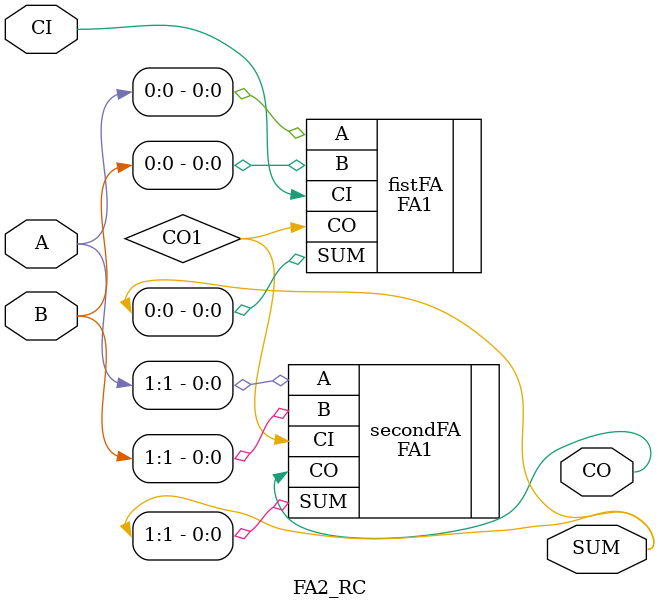
<source format=v>
`timescale 1ns / 1ps


module FA2_RC(
    input [1:0] A,       
    input [1:0] B,       
    input CI,            
    output [1:0] SUM,   
    output CO            
);

    wire CO1; 
    //wire CO_t;
    
    
    
    
    FA1 fistFA (
        .A(A[0]),
        .B(B[0]),
        .CI(CI),
        .SUM(SUM[0]),
        .CO(CO1)
    );

  
    FA1 secondFA (
        .A(A[1]),
        .B(B[1]),
        .CI(CO1),
        .SUM(SUM[1]),
        .CO(CO)
    );
    
    //assign CO = CO_t;
endmodule

</source>
